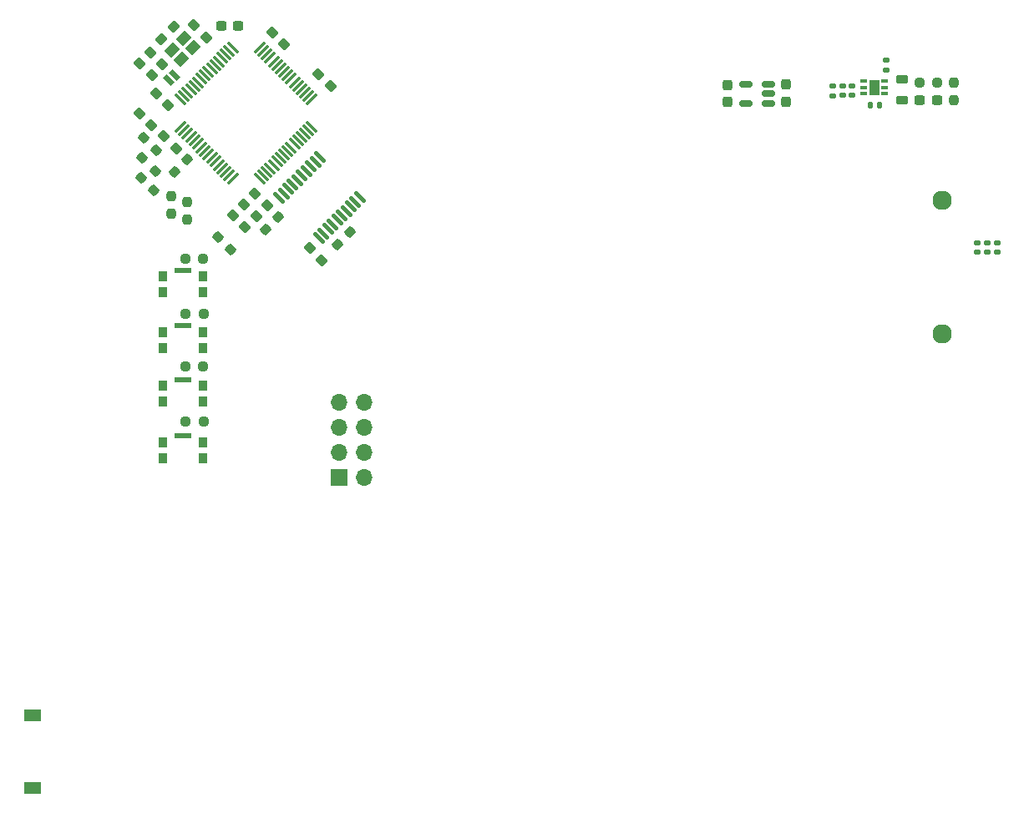
<source format=gbr>
%TF.GenerationSoftware,KiCad,Pcbnew,7.0.2-0*%
%TF.CreationDate,2023-09-28T22:34:41-05:00*%
%TF.ProjectId,spudglo_business_card,73707564-676c-46f5-9f62-7573696e6573,rev?*%
%TF.SameCoordinates,Original*%
%TF.FileFunction,Soldermask,Bot*%
%TF.FilePolarity,Negative*%
%FSLAX46Y46*%
G04 Gerber Fmt 4.6, Leading zero omitted, Abs format (unit mm)*
G04 Created by KiCad (PCBNEW 7.0.2-0) date 2023-09-28 22:34:41*
%MOMM*%
%LPD*%
G01*
G04 APERTURE LIST*
G04 Aperture macros list*
%AMRoundRect*
0 Rectangle with rounded corners*
0 $1 Rounding radius*
0 $2 $3 $4 $5 $6 $7 $8 $9 X,Y pos of 4 corners*
0 Add a 4 corners polygon primitive as box body*
4,1,4,$2,$3,$4,$5,$6,$7,$8,$9,$2,$3,0*
0 Add four circle primitives for the rounded corners*
1,1,$1+$1,$2,$3*
1,1,$1+$1,$4,$5*
1,1,$1+$1,$6,$7*
1,1,$1+$1,$8,$9*
0 Add four rect primitives between the rounded corners*
20,1,$1+$1,$2,$3,$4,$5,0*
20,1,$1+$1,$4,$5,$6,$7,0*
20,1,$1+$1,$6,$7,$8,$9,0*
20,1,$1+$1,$8,$9,$2,$3,0*%
%AMRotRect*
0 Rectangle, with rotation*
0 The origin of the aperture is its center*
0 $1 length*
0 $2 width*
0 $3 Rotation angle, in degrees counterclockwise*
0 Add horizontal line*
21,1,$1,$2,0,0,$3*%
G04 Aperture macros list end*
%ADD10RoundRect,0.237500X0.250000X0.237500X-0.250000X0.237500X-0.250000X-0.237500X0.250000X-0.237500X0*%
%ADD11RoundRect,0.237500X-0.008839X-0.344715X0.344715X0.008839X0.008839X0.344715X-0.344715X-0.008839X0*%
%ADD12RoundRect,0.237500X0.380070X-0.044194X-0.044194X0.380070X-0.380070X0.044194X0.044194X-0.380070X0*%
%ADD13RoundRect,0.237500X0.300000X0.237500X-0.300000X0.237500X-0.300000X-0.237500X0.300000X-0.237500X0*%
%ADD14RoundRect,0.237500X-0.380070X0.044194X0.044194X-0.380070X0.380070X-0.044194X-0.044194X0.380070X0*%
%ADD15RoundRect,0.135000X0.185000X-0.135000X0.185000X0.135000X-0.185000X0.135000X-0.185000X-0.135000X0*%
%ADD16RoundRect,0.237500X0.008839X0.344715X-0.344715X-0.008839X-0.008839X-0.344715X0.344715X0.008839X0*%
%ADD17RoundRect,0.075000X-0.548008X0.441942X0.441942X-0.548008X0.548008X-0.441942X-0.441942X0.548008X0*%
%ADD18RoundRect,0.075000X-0.548008X-0.441942X-0.441942X-0.548008X0.548008X0.441942X0.441942X0.548008X0*%
%ADD19R,1.676400X1.193800*%
%ADD20RoundRect,0.237500X-0.237500X0.300000X-0.237500X-0.300000X0.237500X-0.300000X0.237500X0.300000X0*%
%ADD21RoundRect,0.140000X-0.170000X0.140000X-0.170000X-0.140000X0.170000X-0.140000X0.170000X0.140000X0*%
%ADD22RoundRect,0.237500X0.344715X-0.008839X-0.008839X0.344715X-0.344715X0.008839X0.008839X-0.344715X0*%
%ADD23RoundRect,0.237500X0.237500X-0.250000X0.237500X0.250000X-0.237500X0.250000X-0.237500X-0.250000X0*%
%ADD24RoundRect,0.237500X-0.250000X-0.237500X0.250000X-0.237500X0.250000X0.237500X-0.250000X0.237500X0*%
%ADD25RoundRect,0.237500X-0.344715X0.008839X0.008839X-0.344715X0.344715X-0.008839X-0.008839X0.344715X0*%
%ADD26R,0.900000X1.000000*%
%ADD27R,1.700000X0.550000*%
%ADD28C,1.959000*%
%ADD29RoundRect,0.140000X0.140000X0.170000X-0.140000X0.170000X-0.140000X-0.170000X0.140000X-0.170000X0*%
%ADD30RoundRect,0.237500X-0.044194X-0.380070X0.380070X0.044194X0.044194X0.380070X-0.380070X-0.044194X0*%
%ADD31RoundRect,0.100000X-0.521491X0.380070X0.380070X-0.521491X0.521491X-0.380070X-0.380070X0.521491X0*%
%ADD32R,0.650000X0.350000*%
%ADD33R,1.000000X1.600000*%
%ADD34RoundRect,0.218750X0.381250X-0.218750X0.381250X0.218750X-0.381250X0.218750X-0.381250X-0.218750X0*%
%ADD35RotRect,1.000000X1.200000X135.000000*%
%ADD36RotRect,0.575000X1.140000X45.000000*%
%ADD37RoundRect,0.150000X0.512500X0.150000X-0.512500X0.150000X-0.512500X-0.150000X0.512500X-0.150000X0*%
%ADD38R,1.700000X1.700000*%
%ADD39O,1.700000X1.700000*%
G04 APERTURE END LIST*
D10*
%TO.C,R9*%
X257500000Y-85480000D03*
X255675000Y-85480000D03*
%TD*%
D11*
%TO.C,R3*%
X196690000Y-101960000D03*
X197980470Y-100669530D03*
%TD*%
D12*
%TO.C,C18*%
X183349762Y-80929758D03*
X182130002Y-79709998D03*
%TD*%
D13*
%TO.C,C24*%
X257450000Y-87300000D03*
X255725000Y-87300000D03*
%TD*%
D14*
%TO.C,C8*%
X193880240Y-102290240D03*
X195100000Y-103510000D03*
%TD*%
D15*
%TO.C,R1*%
X252260000Y-84210000D03*
X252260000Y-83190000D03*
%TD*%
D16*
%TO.C,R11*%
X181440001Y-93309999D03*
X180149531Y-94600469D03*
%TD*%
D17*
%TO.C,U3*%
X180758541Y-87246054D03*
X181112094Y-86892501D03*
X181465647Y-86538948D03*
X181819201Y-86185394D03*
X182172754Y-85831841D03*
X182526308Y-85478287D03*
X182879861Y-85124734D03*
X183233414Y-84771181D03*
X183586968Y-84417627D03*
X183940521Y-84064074D03*
X184294074Y-83710521D03*
X184647628Y-83356967D03*
X185001181Y-83003414D03*
X185354735Y-82649860D03*
X185708288Y-82296307D03*
X186061841Y-81942754D03*
D18*
X188784203Y-81942754D03*
X189137756Y-82296307D03*
X189491309Y-82649860D03*
X189844863Y-83003414D03*
X190198416Y-83356967D03*
X190551970Y-83710521D03*
X190905523Y-84064074D03*
X191259076Y-84417627D03*
X191612630Y-84771181D03*
X191966183Y-85124734D03*
X192319736Y-85478287D03*
X192673290Y-85831841D03*
X193026843Y-86185394D03*
X193380397Y-86538948D03*
X193733950Y-86892501D03*
X194087503Y-87246054D03*
D17*
X194087503Y-89968416D03*
X193733950Y-90321969D03*
X193380397Y-90675522D03*
X193026843Y-91029076D03*
X192673290Y-91382629D03*
X192319736Y-91736183D03*
X191966183Y-92089736D03*
X191612630Y-92443289D03*
X191259076Y-92796843D03*
X190905523Y-93150396D03*
X190551970Y-93503949D03*
X190198416Y-93857503D03*
X189844863Y-94211056D03*
X189491309Y-94564610D03*
X189137756Y-94918163D03*
X188784203Y-95271716D03*
D18*
X186061841Y-95271716D03*
X185708288Y-94918163D03*
X185354735Y-94564610D03*
X185001181Y-94211056D03*
X184647628Y-93857503D03*
X184294074Y-93503949D03*
X183940521Y-93150396D03*
X183586968Y-92796843D03*
X183233414Y-92443289D03*
X182879861Y-92089736D03*
X182526308Y-91736183D03*
X182172754Y-91382629D03*
X181819201Y-91029076D03*
X181465647Y-90675522D03*
X181112094Y-90321969D03*
X180758541Y-89968416D03*
%TD*%
D12*
%TO.C,C19*%
X177840000Y-84750000D03*
X176620240Y-83530240D03*
%TD*%
D19*
%TO.C,SW1*%
X165780000Y-157037600D03*
X165780000Y-149722400D03*
%TD*%
D20*
%TO.C,C22*%
X242142500Y-85725000D03*
X242142500Y-87450000D03*
%TD*%
D14*
%TO.C,C10*%
X188311061Y-96783297D03*
X189530821Y-98003057D03*
%TD*%
D21*
%TO.C,C5*%
X263520000Y-101780000D03*
X263520000Y-102740000D03*
%TD*%
%TO.C,C6*%
X261560000Y-101770000D03*
X261560000Y-102730000D03*
%TD*%
D22*
%TO.C,R4*%
X185870000Y-102490000D03*
X184579530Y-101199530D03*
%TD*%
D14*
%TO.C,C17*%
X186081181Y-98983414D03*
X187300941Y-100203174D03*
%TD*%
D12*
%TO.C,C20*%
X178890000Y-83680000D03*
X177670240Y-82460240D03*
%TD*%
D23*
%TO.C,R6*%
X179850000Y-98845000D03*
X179850000Y-97020000D03*
%TD*%
D21*
%TO.C,C4*%
X246880001Y-85870000D03*
X246880001Y-86830000D03*
%TD*%
D24*
%TO.C,R15*%
X181285003Y-119900002D03*
X183110003Y-119900002D03*
%TD*%
D25*
%TO.C,R7*%
X176779530Y-95129530D03*
X178070000Y-96420000D03*
%TD*%
D12*
%TO.C,C14*%
X179509760Y-87819760D03*
X178290000Y-86600000D03*
%TD*%
D14*
%TO.C,C15*%
X179080000Y-90950000D03*
X180299760Y-92169760D03*
%TD*%
D21*
%TO.C,C7*%
X262540000Y-101770000D03*
X262540000Y-102730000D03*
%TD*%
D12*
%TO.C,C9*%
X177830000Y-89830000D03*
X176610240Y-88610240D03*
%TD*%
D26*
%TO.C,SW3*%
X183050000Y-110810000D03*
X178950000Y-110810000D03*
X183050000Y-112410000D03*
X178950000Y-112410000D03*
D27*
X181000000Y-110185000D03*
%TD*%
D11*
%TO.C,R2*%
X189379530Y-100430470D03*
X190670000Y-99140000D03*
%TD*%
D21*
%TO.C,C2*%
X247880000Y-85860000D03*
X247880000Y-86820000D03*
%TD*%
D28*
%TO.C,BT1*%
X258000000Y-97440000D03*
X258000000Y-111030000D03*
%TD*%
D29*
%TO.C,C1*%
X251660000Y-87759999D03*
X250700000Y-87759999D03*
%TD*%
D23*
%TO.C,R5*%
X181399998Y-99440003D03*
X181399998Y-97615003D03*
%TD*%
D24*
%TO.C,R14*%
X181225000Y-103350000D03*
X183050000Y-103350000D03*
%TD*%
D22*
%TO.C,R12*%
X178280000Y-92360000D03*
X176989530Y-91069530D03*
%TD*%
D26*
%TO.C,SW2*%
X183050000Y-105180000D03*
X178950000Y-105180000D03*
X183050000Y-106780000D03*
X178950000Y-106780000D03*
D27*
X181000000Y-104555000D03*
%TD*%
D24*
%TO.C,R16*%
X181230000Y-114330000D03*
X183055000Y-114330000D03*
%TD*%
D30*
%TO.C,C21*%
X178830120Y-81079880D03*
X180049880Y-79860120D03*
%TD*%
D31*
%TO.C,U2*%
X190762323Y-97222272D03*
X191221942Y-96762653D03*
X191681561Y-96303033D03*
X192141181Y-95843414D03*
X192600800Y-95383795D03*
X193060420Y-94924175D03*
X193520039Y-94464556D03*
X193979658Y-94004936D03*
X194439278Y-93545317D03*
X194898897Y-93085698D03*
X198947083Y-97133884D03*
X198487464Y-97593503D03*
X198027845Y-98053123D03*
X197568225Y-98512742D03*
X197108606Y-98972361D03*
X196648986Y-99431981D03*
X196189367Y-99891600D03*
X195729748Y-100351220D03*
X195270128Y-100810839D03*
X194810509Y-101270458D03*
%TD*%
D21*
%TO.C,C3*%
X248860000Y-85860000D03*
X248860000Y-86820000D03*
%TD*%
D32*
%TO.C,U1*%
X250040000Y-86640000D03*
X250040000Y-85990000D03*
X250040000Y-85340000D03*
X252140000Y-85340000D03*
X252140000Y-85990000D03*
X252140000Y-86640000D03*
D33*
X251090000Y-85990000D03*
%TD*%
D13*
%TO.C,C13*%
X186620009Y-79780011D03*
X184895009Y-79780011D03*
%TD*%
D34*
%TO.C,L1*%
X253900000Y-87282500D03*
X253900000Y-85157500D03*
%TD*%
D25*
%TO.C,R8*%
X176890000Y-93160000D03*
X178180470Y-94450470D03*
%TD*%
D20*
%TO.C,C23*%
X236222500Y-85727500D03*
X236222500Y-87452500D03*
%TD*%
D35*
%TO.C,U4*%
X182042081Y-81937919D03*
X180840000Y-83140000D03*
X179920761Y-82220761D03*
X181122842Y-81018680D03*
%TD*%
D24*
%TO.C,R13*%
X181280000Y-108930000D03*
X183105000Y-108930000D03*
%TD*%
D26*
%TO.C,SW4*%
X183050000Y-116245000D03*
X178950000Y-116245000D03*
X183050000Y-117845000D03*
X178950000Y-117845000D03*
D27*
X181000000Y-115620000D03*
%TD*%
D23*
%TO.C,R10*%
X259120000Y-87310000D03*
X259120000Y-85485000D03*
%TD*%
D36*
%TO.C,U5*%
X179608318Y-85301682D03*
X180191682Y-84718318D03*
%TD*%
D12*
%TO.C,C11*%
X195963293Y-85881852D03*
X194743533Y-84662092D03*
%TD*%
D37*
%TO.C,U6*%
X240330000Y-85690000D03*
X240330000Y-86640000D03*
X240330000Y-87590000D03*
X238055000Y-87590000D03*
X238055000Y-85690000D03*
%TD*%
D38*
%TO.C,J1*%
X196850000Y-125580000D03*
D39*
X199390000Y-125580000D03*
X196850000Y-123040000D03*
X199390000Y-123040000D03*
X196850000Y-120500000D03*
X199390000Y-120500000D03*
X196850000Y-117960000D03*
X199390000Y-117960000D03*
%TD*%
D26*
%TO.C,SW5*%
X183050000Y-121990000D03*
X178950000Y-121990000D03*
X183050000Y-123590000D03*
X178950000Y-123590000D03*
D27*
X181000000Y-121365000D03*
%TD*%
D14*
%TO.C,C16*%
X187211061Y-97853297D03*
X188430821Y-99073057D03*
%TD*%
D12*
%TO.C,C12*%
X191259760Y-81659760D03*
X190040000Y-80440000D03*
%TD*%
M02*

</source>
